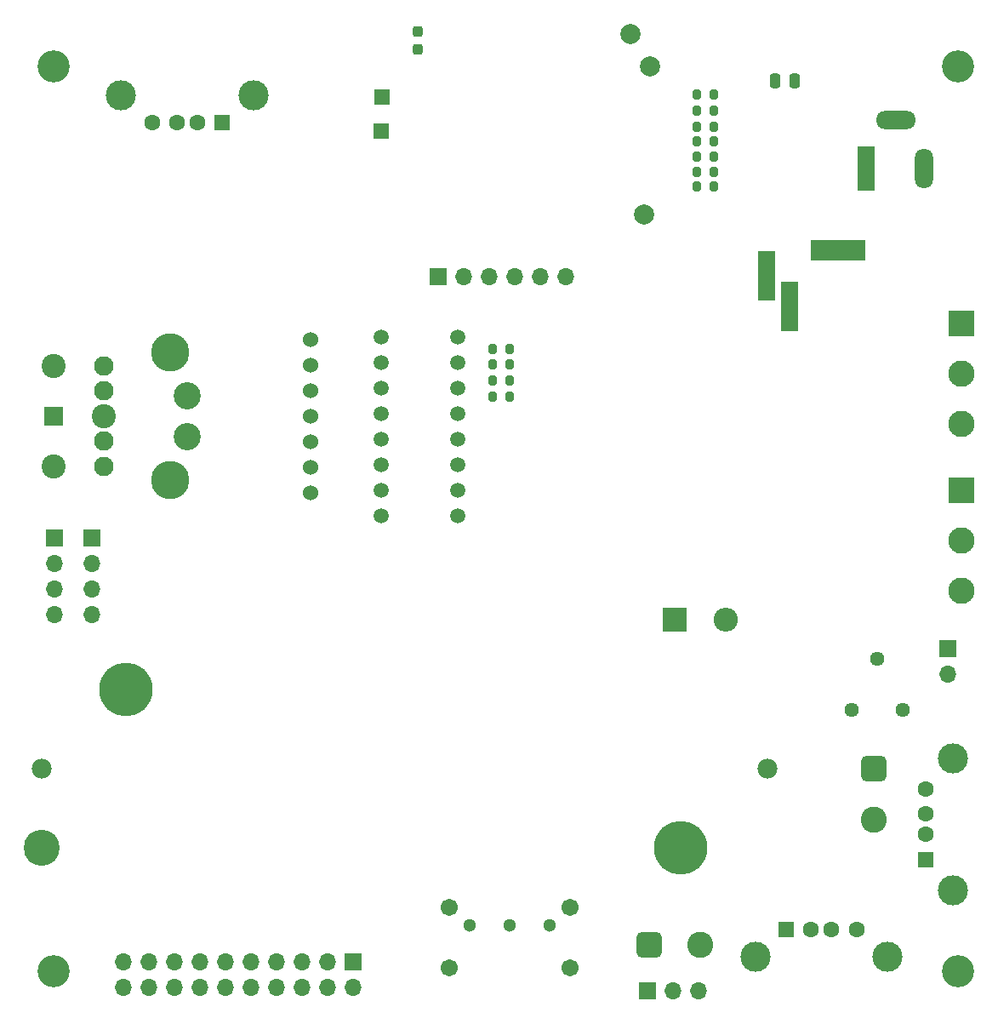
<source format=gbr>
%TF.GenerationSoftware,KiCad,Pcbnew,(6.0.9)*%
%TF.CreationDate,2023-04-07T16:32:21+03:00*%
%TF.ProjectId,ESP32_power_meter_MP3_player_WIFI_radio_V2,45535033-325f-4706-9f77-65725f6d6574,rev?*%
%TF.SameCoordinates,Original*%
%TF.FileFunction,Soldermask,Bot*%
%TF.FilePolarity,Negative*%
%FSLAX46Y46*%
G04 Gerber Fmt 4.6, Leading zero omitted, Abs format (unit mm)*
G04 Created by KiCad (PCBNEW (6.0.9)) date 2023-04-07 16:32:21*
%MOMM*%
%LPD*%
G01*
G04 APERTURE LIST*
G04 Aperture macros list*
%AMRoundRect*
0 Rectangle with rounded corners*
0 $1 Rounding radius*
0 $2 $3 $4 $5 $6 $7 $8 $9 X,Y pos of 4 corners*
0 Add a 4 corners polygon primitive as box body*
4,1,4,$2,$3,$4,$5,$6,$7,$8,$9,$2,$3,0*
0 Add four circle primitives for the rounded corners*
1,1,$1+$1,$2,$3*
1,1,$1+$1,$4,$5*
1,1,$1+$1,$6,$7*
1,1,$1+$1,$8,$9*
0 Add four rect primitives between the rounded corners*
20,1,$1+$1,$2,$3,$4,$5,0*
20,1,$1+$1,$4,$5,$6,$7,0*
20,1,$1+$1,$6,$7,$8,$9,0*
20,1,$1+$1,$8,$9,$2,$3,0*%
G04 Aperture macros list end*
%ADD10C,1.980000*%
%ADD11C,5.325000*%
%ADD12C,3.585000*%
%ADD13C,1.300000*%
%ADD14C,1.710000*%
%ADD15C,1.500000*%
%ADD16R,1.950000X1.950000*%
%ADD17C,1.950000*%
%ADD18C,2.400000*%
%ADD19R,1.700000X1.700000*%
%ADD20O,1.700000X1.700000*%
%ADD21RoundRect,0.650000X-0.650000X0.650000X-0.650000X-0.650000X0.650000X-0.650000X0.650000X0.650000X0*%
%ADD22C,2.600000*%
%ADD23R,5.500000X2.000000*%
%ADD24R,1.800000X5.000000*%
%ADD25R,1.800000X4.400000*%
%ADD26O,1.800000X4.000000*%
%ADD27O,4.000000X1.800000*%
%ADD28R,1.500000X1.600000*%
%ADD29C,1.600000*%
%ADD30C,3.000000*%
%ADD31R,1.600000X1.500000*%
%ADD32C,3.200000*%
%ADD33C,3.810000*%
%ADD34C,2.700000*%
%ADD35C,1.524000*%
%ADD36C,1.440000*%
%ADD37C,2.000000*%
%ADD38RoundRect,0.650000X-0.650000X-0.650000X0.650000X-0.650000X0.650000X0.650000X-0.650000X0.650000X0*%
%ADD39R,2.400000X2.400000*%
%ADD40O,2.400000X2.400000*%
%ADD41RoundRect,0.200000X0.200000X0.275000X-0.200000X0.275000X-0.200000X-0.275000X0.200000X-0.275000X0*%
%ADD42RoundRect,0.250000X-0.250000X-0.475000X0.250000X-0.475000X0.250000X0.475000X-0.250000X0.475000X0*%
%ADD43R,1.500000X1.500000*%
%ADD44RoundRect,0.237500X0.237500X-0.300000X0.237500X0.300000X-0.237500X0.300000X-0.237500X-0.300000X0*%
%ADD45RoundRect,0.101600X-1.206500X1.206500X-1.206500X-1.206500X1.206500X-1.206500X1.206500X1.206500X0*%
%ADD46C,2.616200*%
G04 APERTURE END LIST*
D10*
%TO.C,U7*%
X126040000Y-124870000D03*
X53840000Y-124870000D03*
D11*
X117400000Y-132740000D03*
D12*
X53840000Y-132740000D03*
D11*
X62200000Y-117000000D03*
%TD*%
D13*
%TO.C,S2*%
X96400000Y-140452500D03*
X100400000Y-140452500D03*
X104400000Y-140452500D03*
D14*
X94400000Y-144702500D03*
X94400000Y-138702500D03*
X106400000Y-138702500D03*
X106400000Y-144702500D03*
%TD*%
D15*
%TO.C,S1*%
X95200000Y-99700000D03*
X87580000Y-99700000D03*
X95200000Y-97160000D03*
X87580000Y-97160000D03*
X95200000Y-94620000D03*
X87580000Y-94620000D03*
X95200000Y-92080000D03*
X87580000Y-92080000D03*
X95200000Y-89540000D03*
X87580000Y-89540000D03*
X95200000Y-87000000D03*
X87580000Y-87000000D03*
X95200000Y-84460000D03*
X87580000Y-84460000D03*
X95200000Y-81920000D03*
X87580000Y-81920000D03*
%TD*%
D16*
%TO.C,J1*%
X55050000Y-89800000D03*
D17*
X60050000Y-84800000D03*
X60050000Y-87300000D03*
X60050000Y-92300000D03*
X60050000Y-94800000D03*
D18*
X55050000Y-84800000D03*
X55050000Y-94800000D03*
X60050000Y-89800000D03*
%TD*%
D19*
%TO.C,J16*%
X55100000Y-101900000D03*
D20*
X55100000Y-104440000D03*
X55100000Y-106980000D03*
X55100000Y-109520000D03*
%TD*%
D19*
%TO.C,J14*%
X84800000Y-144100000D03*
D20*
X84800000Y-146640000D03*
X82260000Y-144100000D03*
X82260000Y-146640000D03*
X79720000Y-144100000D03*
X79720000Y-146640000D03*
X77180000Y-144100000D03*
X77180000Y-146640000D03*
X74640000Y-144100000D03*
X74640000Y-146640000D03*
X72100000Y-144100000D03*
X72100000Y-146640000D03*
X69560000Y-144100000D03*
X69560000Y-146640000D03*
X67020000Y-144100000D03*
X67020000Y-146640000D03*
X64480000Y-144100000D03*
X64480000Y-146640000D03*
X61940000Y-144100000D03*
X61940000Y-146640000D03*
%TD*%
D21*
%TO.C,J10*%
X136600000Y-124860000D03*
D22*
X136600000Y-129940000D03*
%TD*%
D19*
%TO.C,J13*%
X144000000Y-112925000D03*
D20*
X144000000Y-115465000D03*
%TD*%
D23*
%TO.C,J5*%
X133086000Y-73352000D03*
D24*
X128260000Y-78940000D03*
X125974000Y-75892000D03*
%TD*%
D25*
%TO.C,J7*%
X135850000Y-65200000D03*
D26*
X141650000Y-65200000D03*
D27*
X138850000Y-60400000D03*
%TD*%
D28*
%TO.C,J11*%
X141840000Y-133900000D03*
D29*
X141840000Y-131400000D03*
X141840000Y-129400000D03*
X141840000Y-126900000D03*
D30*
X144550000Y-123830000D03*
X144550000Y-136970000D03*
%TD*%
D31*
%TO.C,J3*%
X71800000Y-60600000D03*
D29*
X69300000Y-60600000D03*
X67300000Y-60600000D03*
X64800000Y-60600000D03*
D30*
X61730000Y-57890000D03*
X74870000Y-57890000D03*
%TD*%
D32*
%TO.C,H4*%
X55000000Y-145000000D03*
%TD*%
D19*
%TO.C,JP1*%
X114075000Y-147000000D03*
D20*
X116615000Y-147000000D03*
X119155000Y-147000000D03*
%TD*%
D33*
%TO.C,U3*%
X66615000Y-83450000D03*
X66615000Y-96150000D03*
D34*
X68266000Y-91832000D03*
X68266000Y-87768000D03*
D35*
X80585000Y-82180000D03*
X80585000Y-84720000D03*
X80585000Y-97420000D03*
X80585000Y-94880000D03*
X80585000Y-92340000D03*
X80585000Y-89800000D03*
X80585000Y-87260000D03*
%TD*%
D32*
%TO.C,H3*%
X145000000Y-145000000D03*
%TD*%
D31*
%TO.C,J8*%
X127900000Y-140840000D03*
D29*
X130400000Y-140840000D03*
X132400000Y-140840000D03*
X134900000Y-140840000D03*
D30*
X137970000Y-143550000D03*
X124830000Y-143550000D03*
%TD*%
D19*
%TO.C,J4*%
X93250000Y-75900000D03*
D20*
X95790000Y-75900000D03*
X98330000Y-75900000D03*
X100870000Y-75900000D03*
X103410000Y-75900000D03*
X105950000Y-75900000D03*
%TD*%
D36*
%TO.C,RV1*%
X139500000Y-119000000D03*
X136960000Y-113920000D03*
X134420000Y-119000000D03*
%TD*%
D32*
%TO.C,H2*%
X145000000Y-55000000D03*
%TD*%
D37*
%TO.C,TP11*%
X113800000Y-69800000D03*
%TD*%
D32*
%TO.C,H1*%
X55000000Y-55000000D03*
%TD*%
D19*
%TO.C,J15*%
X58800000Y-101900000D03*
D20*
X58800000Y-104440000D03*
X58800000Y-106980000D03*
X58800000Y-109520000D03*
%TD*%
D38*
%TO.C,J6*%
X114260000Y-142400000D03*
D22*
X119340000Y-142400000D03*
%TD*%
D39*
%TO.C,D7*%
X116787500Y-110070500D03*
D40*
X121867500Y-110070500D03*
%TD*%
D41*
%TO.C,R19*%
X100375000Y-86300000D03*
X98725000Y-86300000D03*
%TD*%
%TO.C,R21*%
X100375000Y-84650000D03*
X98725000Y-84650000D03*
%TD*%
%TO.C,R2*%
X120675000Y-67000000D03*
X119025000Y-67000000D03*
%TD*%
D37*
%TO.C,TP12*%
X112400000Y-51800000D03*
%TD*%
D41*
%TO.C,R6*%
X120675000Y-59450000D03*
X119025000Y-59450000D03*
%TD*%
D42*
%TO.C,C7*%
X126850000Y-56450000D03*
X128750000Y-56450000D03*
%TD*%
D41*
%TO.C,R4*%
X120675000Y-65500000D03*
X119025000Y-65500000D03*
%TD*%
D43*
%TO.C,TP6*%
X87700000Y-58100000D03*
%TD*%
D41*
%TO.C,R18*%
X100375000Y-87900000D03*
X98725000Y-87900000D03*
%TD*%
%TO.C,R7*%
X120675000Y-61000000D03*
X119025000Y-61000000D03*
%TD*%
D44*
%TO.C,C31*%
X91250000Y-53312500D03*
X91250000Y-51587500D03*
%TD*%
D43*
%TO.C,TP8*%
X87650000Y-61450000D03*
%TD*%
D41*
%TO.C,R8*%
X120675000Y-62500000D03*
X119025000Y-62500000D03*
%TD*%
%TO.C,R3*%
X120675000Y-64000000D03*
X119025000Y-64000000D03*
%TD*%
%TO.C,R5*%
X120675000Y-57850000D03*
X119025000Y-57850000D03*
%TD*%
%TO.C,R22*%
X100375000Y-83100000D03*
X98725000Y-83100000D03*
%TD*%
D37*
%TO.C,TP13*%
X114400000Y-55000000D03*
%TD*%
D45*
%TO.C,J12*%
X145350420Y-97200010D03*
D46*
X145350420Y-102198730D03*
X145350420Y-107199990D03*
%TD*%
D45*
%TO.C,J9*%
X145350420Y-80600010D03*
D46*
X145350420Y-85598730D03*
X145350420Y-90599990D03*
%TD*%
M02*

</source>
